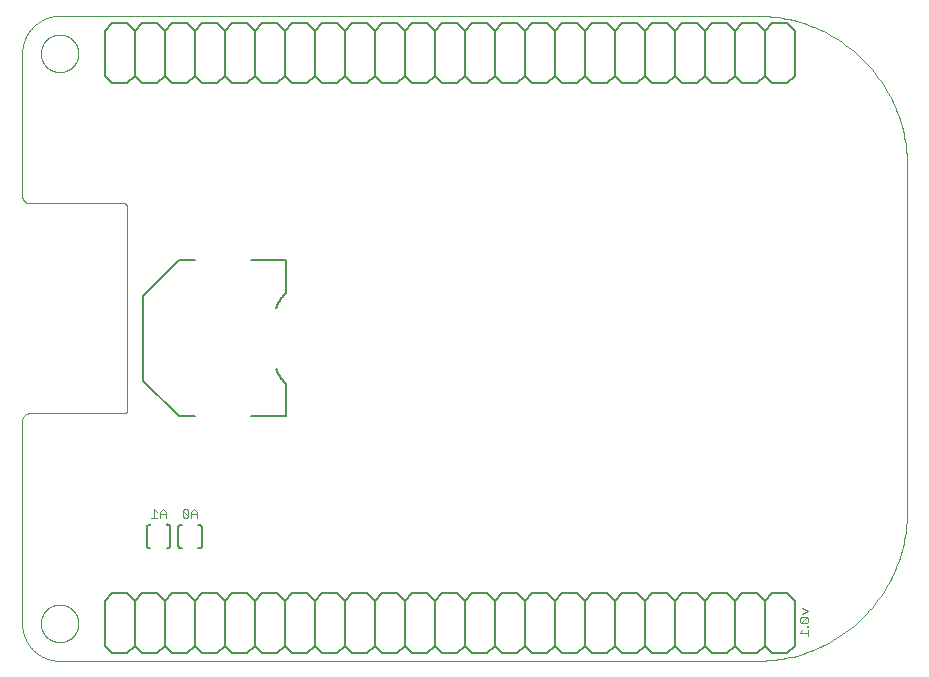
<source format=gbo>
G75*
%MOIN*%
%OFA0B0*%
%FSLAX25Y25*%
%IPPOS*%
%LPD*%
%AMOC8*
5,1,8,0,0,1.08239X$1,22.5*
%
%ADD10C,0.00300*%
%ADD11C,0.00600*%
%ADD12C,0.00000*%
%ADD13C,0.00800*%
D10*
X0092990Y0052650D02*
X0094925Y0052650D01*
X0093957Y0052650D02*
X0093957Y0055552D01*
X0094925Y0054585D01*
X0095936Y0054585D02*
X0095936Y0052650D01*
X0095936Y0054101D02*
X0097871Y0054101D01*
X0097871Y0054585D02*
X0096904Y0055552D01*
X0095936Y0054585D01*
X0097871Y0054585D02*
X0097871Y0052650D01*
X0103490Y0053134D02*
X0103974Y0052650D01*
X0104941Y0052650D01*
X0105425Y0053134D01*
X0103490Y0055069D01*
X0103490Y0053134D01*
X0103490Y0055069D02*
X0103974Y0055552D01*
X0104941Y0055552D01*
X0105425Y0055069D01*
X0105425Y0053134D01*
X0106436Y0052650D02*
X0106436Y0054585D01*
X0107404Y0055552D01*
X0108371Y0054585D01*
X0108371Y0052650D01*
X0108371Y0054101D02*
X0106436Y0054101D01*
X0309148Y0019076D02*
X0309148Y0018109D01*
X0309631Y0017625D01*
X0311566Y0019560D01*
X0312050Y0019076D01*
X0312050Y0018109D01*
X0311566Y0017625D01*
X0309631Y0017625D01*
X0309148Y0019076D02*
X0309631Y0019560D01*
X0311566Y0019560D01*
X0310115Y0020571D02*
X0312050Y0021539D01*
X0310115Y0022506D01*
X0311566Y0016613D02*
X0311566Y0016130D01*
X0312050Y0016130D01*
X0312050Y0016613D01*
X0311566Y0016613D01*
X0312050Y0015140D02*
X0312050Y0013205D01*
X0312050Y0014173D02*
X0309148Y0014173D01*
X0310115Y0015140D01*
D11*
X0307500Y0010000D02*
X0307500Y0025000D01*
X0305000Y0027500D01*
X0300000Y0027500D01*
X0297500Y0025000D01*
X0297500Y0010000D01*
X0300000Y0007500D01*
X0305000Y0007500D01*
X0307500Y0010000D01*
X0297500Y0010000D02*
X0295000Y0007500D01*
X0290000Y0007500D01*
X0287500Y0010000D01*
X0287500Y0025000D01*
X0290000Y0027500D01*
X0295000Y0027500D01*
X0297500Y0025000D01*
X0287500Y0025000D02*
X0285000Y0027500D01*
X0280000Y0027500D01*
X0277500Y0025000D01*
X0277500Y0010000D01*
X0280000Y0007500D01*
X0285000Y0007500D01*
X0287500Y0010000D01*
X0277500Y0010000D02*
X0275000Y0007500D01*
X0270000Y0007500D01*
X0267500Y0010000D01*
X0267500Y0025000D01*
X0270000Y0027500D01*
X0275000Y0027500D01*
X0277500Y0025000D01*
X0267500Y0025000D02*
X0265000Y0027500D01*
X0260000Y0027500D01*
X0257500Y0025000D01*
X0257500Y0010000D01*
X0260000Y0007500D01*
X0265000Y0007500D01*
X0267500Y0010000D01*
X0257500Y0010000D02*
X0255000Y0007500D01*
X0250000Y0007500D01*
X0247500Y0010000D01*
X0247500Y0025000D01*
X0250000Y0027500D01*
X0255000Y0027500D01*
X0257500Y0025000D01*
X0247500Y0025000D02*
X0245000Y0027500D01*
X0240000Y0027500D01*
X0237500Y0025000D01*
X0237500Y0010000D01*
X0240000Y0007500D01*
X0245000Y0007500D01*
X0247500Y0010000D01*
X0237500Y0010000D02*
X0235000Y0007500D01*
X0230000Y0007500D01*
X0227500Y0010000D01*
X0227500Y0025000D01*
X0230000Y0027500D01*
X0235000Y0027500D01*
X0237500Y0025000D01*
X0227500Y0025000D02*
X0225000Y0027500D01*
X0220000Y0027500D01*
X0217500Y0025000D01*
X0217500Y0010000D01*
X0215000Y0007500D01*
X0210000Y0007500D01*
X0207500Y0010000D01*
X0207500Y0025000D01*
X0210000Y0027500D01*
X0215000Y0027500D01*
X0217500Y0025000D01*
X0207500Y0025000D02*
X0205000Y0027500D01*
X0200000Y0027500D01*
X0197500Y0025000D01*
X0197500Y0010000D01*
X0195000Y0007500D01*
X0190000Y0007500D01*
X0187500Y0010000D01*
X0187500Y0025000D01*
X0190000Y0027500D01*
X0195000Y0027500D01*
X0197500Y0025000D01*
X0187500Y0025000D02*
X0185000Y0027500D01*
X0180000Y0027500D01*
X0177500Y0025000D01*
X0177500Y0010000D01*
X0175000Y0007500D01*
X0170000Y0007500D01*
X0167500Y0010000D01*
X0167500Y0025000D01*
X0170000Y0027500D01*
X0175000Y0027500D01*
X0177500Y0025000D01*
X0167500Y0025000D02*
X0165000Y0027500D01*
X0160000Y0027500D01*
X0157500Y0025000D01*
X0157500Y0010000D01*
X0155000Y0007500D01*
X0150000Y0007500D01*
X0147500Y0010000D01*
X0147500Y0025000D01*
X0150000Y0027500D01*
X0155000Y0027500D01*
X0157500Y0025000D01*
X0147500Y0025000D02*
X0145000Y0027500D01*
X0140000Y0027500D01*
X0137500Y0025000D01*
X0137500Y0010000D01*
X0140000Y0007500D01*
X0145000Y0007500D01*
X0147500Y0010000D01*
X0137500Y0010000D02*
X0135000Y0007500D01*
X0130000Y0007500D01*
X0127500Y0010000D01*
X0127500Y0025000D01*
X0130000Y0027500D01*
X0135000Y0027500D01*
X0137500Y0025000D01*
X0127500Y0025000D02*
X0125000Y0027500D01*
X0120000Y0027500D01*
X0117500Y0025000D01*
X0117500Y0010000D01*
X0120000Y0007500D01*
X0125000Y0007500D01*
X0127500Y0010000D01*
X0117500Y0010000D02*
X0115000Y0007500D01*
X0110000Y0007500D01*
X0107500Y0010000D01*
X0107500Y0025000D01*
X0110000Y0027500D01*
X0115000Y0027500D01*
X0117500Y0025000D01*
X0107500Y0025000D02*
X0105000Y0027500D01*
X0100000Y0027500D01*
X0097500Y0025000D01*
X0097500Y0010000D01*
X0100000Y0007500D01*
X0105000Y0007500D01*
X0107500Y0010000D01*
X0097500Y0010000D02*
X0095000Y0007500D01*
X0090000Y0007500D01*
X0087500Y0010000D01*
X0087500Y0025000D01*
X0090000Y0027500D01*
X0095000Y0027500D01*
X0097500Y0025000D01*
X0087500Y0025000D02*
X0085000Y0027500D01*
X0080000Y0027500D01*
X0077500Y0025000D01*
X0077500Y0010000D01*
X0080000Y0007500D01*
X0085000Y0007500D01*
X0087500Y0010000D01*
X0157500Y0010000D02*
X0160000Y0007500D01*
X0165000Y0007500D01*
X0167500Y0010000D01*
X0177500Y0010000D02*
X0180000Y0007500D01*
X0185000Y0007500D01*
X0187500Y0010000D01*
X0197500Y0010000D02*
X0200000Y0007500D01*
X0205000Y0007500D01*
X0207500Y0010000D01*
X0217500Y0010000D02*
X0220000Y0007500D01*
X0225000Y0007500D01*
X0227500Y0010000D01*
X0225000Y0197500D02*
X0220000Y0197500D01*
X0217500Y0200000D01*
X0217500Y0215000D01*
X0220000Y0217500D01*
X0225000Y0217500D01*
X0227500Y0215000D01*
X0227500Y0200000D01*
X0225000Y0197500D01*
X0227500Y0200000D02*
X0230000Y0197500D01*
X0235000Y0197500D01*
X0237500Y0200000D01*
X0240000Y0197500D01*
X0245000Y0197500D01*
X0247500Y0200000D01*
X0250000Y0197500D01*
X0255000Y0197500D01*
X0257500Y0200000D01*
X0260000Y0197500D01*
X0265000Y0197500D01*
X0267500Y0200000D01*
X0270000Y0197500D01*
X0275000Y0197500D01*
X0277500Y0200000D01*
X0280000Y0197500D01*
X0285000Y0197500D01*
X0287500Y0200000D01*
X0290000Y0197500D01*
X0295000Y0197500D01*
X0297500Y0200000D01*
X0300000Y0197500D01*
X0305000Y0197500D01*
X0307500Y0200000D01*
X0307500Y0215000D01*
X0305000Y0217500D01*
X0300000Y0217500D01*
X0297500Y0215000D01*
X0297500Y0200000D01*
X0287500Y0200000D02*
X0287500Y0215000D01*
X0290000Y0217500D01*
X0295000Y0217500D01*
X0297500Y0215000D01*
X0287500Y0215000D02*
X0285000Y0217500D01*
X0280000Y0217500D01*
X0277500Y0215000D01*
X0277500Y0200000D01*
X0267500Y0200000D02*
X0267500Y0215000D01*
X0270000Y0217500D01*
X0275000Y0217500D01*
X0277500Y0215000D01*
X0267500Y0215000D02*
X0265000Y0217500D01*
X0260000Y0217500D01*
X0257500Y0215000D01*
X0257500Y0200000D01*
X0247500Y0200000D02*
X0247500Y0215000D01*
X0250000Y0217500D01*
X0255000Y0217500D01*
X0257500Y0215000D01*
X0247500Y0215000D02*
X0245000Y0217500D01*
X0240000Y0217500D01*
X0237500Y0215000D01*
X0237500Y0200000D01*
X0217500Y0200000D02*
X0215000Y0197500D01*
X0210000Y0197500D01*
X0207500Y0200000D01*
X0207500Y0215000D01*
X0210000Y0217500D01*
X0215000Y0217500D01*
X0217500Y0215000D01*
X0207500Y0215000D02*
X0205000Y0217500D01*
X0200000Y0217500D01*
X0197500Y0215000D01*
X0197500Y0200000D01*
X0195000Y0197500D01*
X0190000Y0197500D01*
X0187500Y0200000D01*
X0187500Y0215000D01*
X0190000Y0217500D01*
X0195000Y0217500D01*
X0197500Y0215000D01*
X0187500Y0215000D02*
X0185000Y0217500D01*
X0180000Y0217500D01*
X0177500Y0215000D01*
X0177500Y0200000D01*
X0175000Y0197500D01*
X0170000Y0197500D01*
X0167500Y0200000D01*
X0167500Y0215000D01*
X0170000Y0217500D01*
X0175000Y0217500D01*
X0177500Y0215000D01*
X0167500Y0215000D02*
X0165000Y0217500D01*
X0160000Y0217500D01*
X0157500Y0215000D01*
X0157500Y0200000D01*
X0155000Y0197500D01*
X0150000Y0197500D01*
X0147500Y0200000D01*
X0147500Y0215000D01*
X0150000Y0217500D01*
X0155000Y0217500D01*
X0157500Y0215000D01*
X0147500Y0215000D02*
X0145000Y0217500D01*
X0140000Y0217500D01*
X0137500Y0215000D01*
X0137500Y0200000D01*
X0140000Y0197500D01*
X0145000Y0197500D01*
X0147500Y0200000D01*
X0137500Y0200000D02*
X0135000Y0197500D01*
X0130000Y0197500D01*
X0127500Y0200000D01*
X0127500Y0215000D01*
X0130000Y0217500D01*
X0135000Y0217500D01*
X0137500Y0215000D01*
X0127500Y0215000D02*
X0125000Y0217500D01*
X0120000Y0217500D01*
X0117500Y0215000D01*
X0117500Y0200000D01*
X0120000Y0197500D01*
X0125000Y0197500D01*
X0127500Y0200000D01*
X0117500Y0200000D02*
X0115000Y0197500D01*
X0110000Y0197500D01*
X0107500Y0200000D01*
X0107500Y0215000D01*
X0110000Y0217500D01*
X0115000Y0217500D01*
X0117500Y0215000D01*
X0107500Y0215000D02*
X0105000Y0217500D01*
X0100000Y0217500D01*
X0097500Y0215000D01*
X0097500Y0200000D01*
X0100000Y0197500D01*
X0105000Y0197500D01*
X0107500Y0200000D01*
X0097500Y0200000D02*
X0095000Y0197500D01*
X0090000Y0197500D01*
X0087500Y0200000D01*
X0087500Y0215000D01*
X0090000Y0217500D01*
X0095000Y0217500D01*
X0097500Y0215000D01*
X0087500Y0215000D02*
X0085000Y0217500D01*
X0080000Y0217500D01*
X0077500Y0215000D01*
X0077500Y0200000D01*
X0080000Y0197500D01*
X0085000Y0197500D01*
X0087500Y0200000D01*
X0157500Y0200000D02*
X0160000Y0197500D01*
X0165000Y0197500D01*
X0167500Y0200000D01*
X0177500Y0200000D02*
X0180000Y0197500D01*
X0185000Y0197500D01*
X0187500Y0200000D01*
X0197500Y0200000D02*
X0200000Y0197500D01*
X0205000Y0197500D01*
X0207500Y0200000D01*
X0227500Y0215000D02*
X0230000Y0217500D01*
X0235000Y0217500D01*
X0237500Y0215000D01*
D12*
X0050000Y0085000D02*
X0050000Y0017500D01*
X0056250Y0017500D02*
X0056252Y0017658D01*
X0056258Y0017815D01*
X0056268Y0017973D01*
X0056282Y0018130D01*
X0056300Y0018286D01*
X0056321Y0018443D01*
X0056347Y0018598D01*
X0056377Y0018753D01*
X0056410Y0018907D01*
X0056448Y0019060D01*
X0056489Y0019213D01*
X0056534Y0019364D01*
X0056583Y0019514D01*
X0056636Y0019662D01*
X0056692Y0019810D01*
X0056753Y0019955D01*
X0056816Y0020100D01*
X0056884Y0020242D01*
X0056955Y0020383D01*
X0057029Y0020522D01*
X0057107Y0020659D01*
X0057189Y0020794D01*
X0057273Y0020927D01*
X0057362Y0021058D01*
X0057453Y0021186D01*
X0057548Y0021313D01*
X0057645Y0021436D01*
X0057746Y0021558D01*
X0057850Y0021676D01*
X0057957Y0021792D01*
X0058067Y0021905D01*
X0058179Y0022016D01*
X0058295Y0022123D01*
X0058413Y0022228D01*
X0058533Y0022330D01*
X0058656Y0022428D01*
X0058782Y0022524D01*
X0058910Y0022616D01*
X0059040Y0022705D01*
X0059172Y0022791D01*
X0059307Y0022873D01*
X0059444Y0022952D01*
X0059582Y0023027D01*
X0059722Y0023099D01*
X0059865Y0023167D01*
X0060008Y0023232D01*
X0060154Y0023293D01*
X0060301Y0023350D01*
X0060449Y0023404D01*
X0060599Y0023454D01*
X0060749Y0023500D01*
X0060901Y0023542D01*
X0061054Y0023581D01*
X0061208Y0023615D01*
X0061363Y0023646D01*
X0061518Y0023672D01*
X0061674Y0023695D01*
X0061831Y0023714D01*
X0061988Y0023729D01*
X0062145Y0023740D01*
X0062303Y0023747D01*
X0062461Y0023750D01*
X0062618Y0023749D01*
X0062776Y0023744D01*
X0062933Y0023735D01*
X0063091Y0023722D01*
X0063247Y0023705D01*
X0063404Y0023684D01*
X0063559Y0023660D01*
X0063714Y0023631D01*
X0063869Y0023598D01*
X0064022Y0023562D01*
X0064175Y0023521D01*
X0064326Y0023477D01*
X0064476Y0023429D01*
X0064625Y0023378D01*
X0064773Y0023322D01*
X0064919Y0023263D01*
X0065064Y0023200D01*
X0065207Y0023133D01*
X0065348Y0023063D01*
X0065487Y0022990D01*
X0065625Y0022913D01*
X0065761Y0022832D01*
X0065894Y0022748D01*
X0066025Y0022661D01*
X0066154Y0022570D01*
X0066281Y0022476D01*
X0066406Y0022379D01*
X0066527Y0022279D01*
X0066647Y0022176D01*
X0066763Y0022070D01*
X0066877Y0021961D01*
X0066989Y0021849D01*
X0067097Y0021735D01*
X0067202Y0021617D01*
X0067305Y0021497D01*
X0067404Y0021375D01*
X0067500Y0021250D01*
X0067593Y0021122D01*
X0067683Y0020993D01*
X0067769Y0020861D01*
X0067853Y0020727D01*
X0067932Y0020591D01*
X0068009Y0020453D01*
X0068081Y0020313D01*
X0068150Y0020171D01*
X0068216Y0020028D01*
X0068278Y0019883D01*
X0068336Y0019736D01*
X0068391Y0019588D01*
X0068442Y0019439D01*
X0068489Y0019288D01*
X0068532Y0019137D01*
X0068571Y0018984D01*
X0068607Y0018830D01*
X0068638Y0018676D01*
X0068666Y0018521D01*
X0068690Y0018365D01*
X0068710Y0018208D01*
X0068726Y0018051D01*
X0068738Y0017894D01*
X0068746Y0017737D01*
X0068750Y0017579D01*
X0068750Y0017421D01*
X0068746Y0017263D01*
X0068738Y0017106D01*
X0068726Y0016949D01*
X0068710Y0016792D01*
X0068690Y0016635D01*
X0068666Y0016479D01*
X0068638Y0016324D01*
X0068607Y0016170D01*
X0068571Y0016016D01*
X0068532Y0015863D01*
X0068489Y0015712D01*
X0068442Y0015561D01*
X0068391Y0015412D01*
X0068336Y0015264D01*
X0068278Y0015117D01*
X0068216Y0014972D01*
X0068150Y0014829D01*
X0068081Y0014687D01*
X0068009Y0014547D01*
X0067932Y0014409D01*
X0067853Y0014273D01*
X0067769Y0014139D01*
X0067683Y0014007D01*
X0067593Y0013878D01*
X0067500Y0013750D01*
X0067404Y0013625D01*
X0067305Y0013503D01*
X0067202Y0013383D01*
X0067097Y0013265D01*
X0066989Y0013151D01*
X0066877Y0013039D01*
X0066763Y0012930D01*
X0066647Y0012824D01*
X0066527Y0012721D01*
X0066406Y0012621D01*
X0066281Y0012524D01*
X0066154Y0012430D01*
X0066025Y0012339D01*
X0065894Y0012252D01*
X0065761Y0012168D01*
X0065625Y0012087D01*
X0065487Y0012010D01*
X0065348Y0011937D01*
X0065207Y0011867D01*
X0065064Y0011800D01*
X0064919Y0011737D01*
X0064773Y0011678D01*
X0064625Y0011622D01*
X0064476Y0011571D01*
X0064326Y0011523D01*
X0064175Y0011479D01*
X0064022Y0011438D01*
X0063869Y0011402D01*
X0063714Y0011369D01*
X0063559Y0011340D01*
X0063404Y0011316D01*
X0063247Y0011295D01*
X0063091Y0011278D01*
X0062933Y0011265D01*
X0062776Y0011256D01*
X0062618Y0011251D01*
X0062461Y0011250D01*
X0062303Y0011253D01*
X0062145Y0011260D01*
X0061988Y0011271D01*
X0061831Y0011286D01*
X0061674Y0011305D01*
X0061518Y0011328D01*
X0061363Y0011354D01*
X0061208Y0011385D01*
X0061054Y0011419D01*
X0060901Y0011458D01*
X0060749Y0011500D01*
X0060599Y0011546D01*
X0060449Y0011596D01*
X0060301Y0011650D01*
X0060154Y0011707D01*
X0060008Y0011768D01*
X0059865Y0011833D01*
X0059722Y0011901D01*
X0059582Y0011973D01*
X0059444Y0012048D01*
X0059307Y0012127D01*
X0059172Y0012209D01*
X0059040Y0012295D01*
X0058910Y0012384D01*
X0058782Y0012476D01*
X0058656Y0012572D01*
X0058533Y0012670D01*
X0058413Y0012772D01*
X0058295Y0012877D01*
X0058179Y0012984D01*
X0058067Y0013095D01*
X0057957Y0013208D01*
X0057850Y0013324D01*
X0057746Y0013442D01*
X0057645Y0013564D01*
X0057548Y0013687D01*
X0057453Y0013814D01*
X0057362Y0013942D01*
X0057273Y0014073D01*
X0057189Y0014206D01*
X0057107Y0014341D01*
X0057029Y0014478D01*
X0056955Y0014617D01*
X0056884Y0014758D01*
X0056816Y0014900D01*
X0056753Y0015045D01*
X0056692Y0015190D01*
X0056636Y0015338D01*
X0056583Y0015486D01*
X0056534Y0015636D01*
X0056489Y0015787D01*
X0056448Y0015940D01*
X0056410Y0016093D01*
X0056377Y0016247D01*
X0056347Y0016402D01*
X0056321Y0016557D01*
X0056300Y0016714D01*
X0056282Y0016870D01*
X0056268Y0017027D01*
X0056258Y0017185D01*
X0056252Y0017342D01*
X0056250Y0017500D01*
X0050000Y0017500D02*
X0050004Y0017198D01*
X0050015Y0016896D01*
X0050033Y0016595D01*
X0050058Y0016294D01*
X0050091Y0015993D01*
X0050131Y0015694D01*
X0050178Y0015396D01*
X0050233Y0015098D01*
X0050294Y0014803D01*
X0050363Y0014509D01*
X0050439Y0014216D01*
X0050522Y0013926D01*
X0050612Y0013637D01*
X0050709Y0013351D01*
X0050812Y0013067D01*
X0050923Y0012786D01*
X0051040Y0012508D01*
X0051164Y0012232D01*
X0051295Y0011960D01*
X0051432Y0011691D01*
X0051575Y0011425D01*
X0051725Y0011163D01*
X0051882Y0010904D01*
X0052044Y0010650D01*
X0052213Y0010399D01*
X0052387Y0010153D01*
X0052568Y0009910D01*
X0052754Y0009673D01*
X0052946Y0009439D01*
X0053144Y0009211D01*
X0053347Y0008987D01*
X0053555Y0008769D01*
X0053769Y0008555D01*
X0053987Y0008347D01*
X0054211Y0008144D01*
X0054439Y0007946D01*
X0054673Y0007754D01*
X0054910Y0007568D01*
X0055153Y0007387D01*
X0055399Y0007213D01*
X0055650Y0007044D01*
X0055904Y0006882D01*
X0056163Y0006725D01*
X0056425Y0006575D01*
X0056691Y0006432D01*
X0056960Y0006295D01*
X0057232Y0006164D01*
X0057508Y0006040D01*
X0057786Y0005923D01*
X0058067Y0005812D01*
X0058351Y0005709D01*
X0058637Y0005612D01*
X0058926Y0005522D01*
X0059216Y0005439D01*
X0059509Y0005363D01*
X0059803Y0005294D01*
X0060098Y0005233D01*
X0060396Y0005178D01*
X0060694Y0005131D01*
X0060993Y0005091D01*
X0061294Y0005058D01*
X0061595Y0005033D01*
X0061896Y0005015D01*
X0062198Y0005004D01*
X0062500Y0005000D01*
X0295000Y0005000D01*
X0296208Y0005015D01*
X0297416Y0005058D01*
X0298622Y0005131D01*
X0299826Y0005233D01*
X0301027Y0005365D01*
X0302224Y0005525D01*
X0303418Y0005714D01*
X0304606Y0005931D01*
X0305789Y0006178D01*
X0306966Y0006453D01*
X0308135Y0006756D01*
X0309297Y0007088D01*
X0310451Y0007447D01*
X0311595Y0007834D01*
X0312730Y0008249D01*
X0313855Y0008691D01*
X0314968Y0009160D01*
X0316070Y0009656D01*
X0317160Y0010179D01*
X0318236Y0010727D01*
X0319299Y0011302D01*
X0320348Y0011902D01*
X0321382Y0012527D01*
X0322401Y0013176D01*
X0323403Y0013851D01*
X0324389Y0014549D01*
X0325358Y0015271D01*
X0326309Y0016016D01*
X0327242Y0016784D01*
X0328156Y0017574D01*
X0329051Y0018387D01*
X0329926Y0019220D01*
X0330780Y0020074D01*
X0331613Y0020949D01*
X0332426Y0021844D01*
X0333216Y0022758D01*
X0333984Y0023691D01*
X0334729Y0024642D01*
X0335451Y0025611D01*
X0336149Y0026597D01*
X0336824Y0027599D01*
X0337473Y0028618D01*
X0338098Y0029652D01*
X0338698Y0030701D01*
X0339273Y0031764D01*
X0339821Y0032840D01*
X0340344Y0033930D01*
X0340840Y0035032D01*
X0341309Y0036145D01*
X0341751Y0037270D01*
X0342166Y0038405D01*
X0342553Y0039549D01*
X0342912Y0040703D01*
X0343244Y0041865D01*
X0343547Y0043034D01*
X0343822Y0044211D01*
X0344069Y0045394D01*
X0344286Y0046582D01*
X0344475Y0047776D01*
X0344635Y0048973D01*
X0344767Y0050174D01*
X0344869Y0051378D01*
X0344942Y0052584D01*
X0344985Y0053792D01*
X0345000Y0055000D01*
X0345000Y0170000D01*
X0344985Y0171208D01*
X0344942Y0172416D01*
X0344869Y0173622D01*
X0344767Y0174826D01*
X0344635Y0176027D01*
X0344475Y0177224D01*
X0344286Y0178418D01*
X0344069Y0179606D01*
X0343822Y0180789D01*
X0343547Y0181966D01*
X0343244Y0183135D01*
X0342912Y0184297D01*
X0342553Y0185451D01*
X0342166Y0186595D01*
X0341751Y0187730D01*
X0341309Y0188855D01*
X0340840Y0189968D01*
X0340344Y0191070D01*
X0339821Y0192160D01*
X0339273Y0193236D01*
X0338698Y0194299D01*
X0338098Y0195348D01*
X0337473Y0196382D01*
X0336824Y0197401D01*
X0336149Y0198403D01*
X0335451Y0199389D01*
X0334729Y0200358D01*
X0333984Y0201309D01*
X0333216Y0202242D01*
X0332426Y0203156D01*
X0331613Y0204051D01*
X0330780Y0204926D01*
X0329926Y0205780D01*
X0329051Y0206613D01*
X0328156Y0207426D01*
X0327242Y0208216D01*
X0326309Y0208984D01*
X0325358Y0209729D01*
X0324389Y0210451D01*
X0323403Y0211149D01*
X0322401Y0211824D01*
X0321382Y0212473D01*
X0320348Y0213098D01*
X0319299Y0213698D01*
X0318236Y0214273D01*
X0317160Y0214821D01*
X0316070Y0215344D01*
X0314968Y0215840D01*
X0313855Y0216309D01*
X0312730Y0216751D01*
X0311595Y0217166D01*
X0310451Y0217553D01*
X0309297Y0217912D01*
X0308135Y0218244D01*
X0306966Y0218547D01*
X0305789Y0218822D01*
X0304606Y0219069D01*
X0303418Y0219286D01*
X0302224Y0219475D01*
X0301027Y0219635D01*
X0299826Y0219767D01*
X0298622Y0219869D01*
X0297416Y0219942D01*
X0296208Y0219985D01*
X0295000Y0220000D01*
X0062500Y0220000D01*
X0056250Y0207500D02*
X0056252Y0207658D01*
X0056258Y0207815D01*
X0056268Y0207973D01*
X0056282Y0208130D01*
X0056300Y0208286D01*
X0056321Y0208443D01*
X0056347Y0208598D01*
X0056377Y0208753D01*
X0056410Y0208907D01*
X0056448Y0209060D01*
X0056489Y0209213D01*
X0056534Y0209364D01*
X0056583Y0209514D01*
X0056636Y0209662D01*
X0056692Y0209810D01*
X0056753Y0209955D01*
X0056816Y0210100D01*
X0056884Y0210242D01*
X0056955Y0210383D01*
X0057029Y0210522D01*
X0057107Y0210659D01*
X0057189Y0210794D01*
X0057273Y0210927D01*
X0057362Y0211058D01*
X0057453Y0211186D01*
X0057548Y0211313D01*
X0057645Y0211436D01*
X0057746Y0211558D01*
X0057850Y0211676D01*
X0057957Y0211792D01*
X0058067Y0211905D01*
X0058179Y0212016D01*
X0058295Y0212123D01*
X0058413Y0212228D01*
X0058533Y0212330D01*
X0058656Y0212428D01*
X0058782Y0212524D01*
X0058910Y0212616D01*
X0059040Y0212705D01*
X0059172Y0212791D01*
X0059307Y0212873D01*
X0059444Y0212952D01*
X0059582Y0213027D01*
X0059722Y0213099D01*
X0059865Y0213167D01*
X0060008Y0213232D01*
X0060154Y0213293D01*
X0060301Y0213350D01*
X0060449Y0213404D01*
X0060599Y0213454D01*
X0060749Y0213500D01*
X0060901Y0213542D01*
X0061054Y0213581D01*
X0061208Y0213615D01*
X0061363Y0213646D01*
X0061518Y0213672D01*
X0061674Y0213695D01*
X0061831Y0213714D01*
X0061988Y0213729D01*
X0062145Y0213740D01*
X0062303Y0213747D01*
X0062461Y0213750D01*
X0062618Y0213749D01*
X0062776Y0213744D01*
X0062933Y0213735D01*
X0063091Y0213722D01*
X0063247Y0213705D01*
X0063404Y0213684D01*
X0063559Y0213660D01*
X0063714Y0213631D01*
X0063869Y0213598D01*
X0064022Y0213562D01*
X0064175Y0213521D01*
X0064326Y0213477D01*
X0064476Y0213429D01*
X0064625Y0213378D01*
X0064773Y0213322D01*
X0064919Y0213263D01*
X0065064Y0213200D01*
X0065207Y0213133D01*
X0065348Y0213063D01*
X0065487Y0212990D01*
X0065625Y0212913D01*
X0065761Y0212832D01*
X0065894Y0212748D01*
X0066025Y0212661D01*
X0066154Y0212570D01*
X0066281Y0212476D01*
X0066406Y0212379D01*
X0066527Y0212279D01*
X0066647Y0212176D01*
X0066763Y0212070D01*
X0066877Y0211961D01*
X0066989Y0211849D01*
X0067097Y0211735D01*
X0067202Y0211617D01*
X0067305Y0211497D01*
X0067404Y0211375D01*
X0067500Y0211250D01*
X0067593Y0211122D01*
X0067683Y0210993D01*
X0067769Y0210861D01*
X0067853Y0210727D01*
X0067932Y0210591D01*
X0068009Y0210453D01*
X0068081Y0210313D01*
X0068150Y0210171D01*
X0068216Y0210028D01*
X0068278Y0209883D01*
X0068336Y0209736D01*
X0068391Y0209588D01*
X0068442Y0209439D01*
X0068489Y0209288D01*
X0068532Y0209137D01*
X0068571Y0208984D01*
X0068607Y0208830D01*
X0068638Y0208676D01*
X0068666Y0208521D01*
X0068690Y0208365D01*
X0068710Y0208208D01*
X0068726Y0208051D01*
X0068738Y0207894D01*
X0068746Y0207737D01*
X0068750Y0207579D01*
X0068750Y0207421D01*
X0068746Y0207263D01*
X0068738Y0207106D01*
X0068726Y0206949D01*
X0068710Y0206792D01*
X0068690Y0206635D01*
X0068666Y0206479D01*
X0068638Y0206324D01*
X0068607Y0206170D01*
X0068571Y0206016D01*
X0068532Y0205863D01*
X0068489Y0205712D01*
X0068442Y0205561D01*
X0068391Y0205412D01*
X0068336Y0205264D01*
X0068278Y0205117D01*
X0068216Y0204972D01*
X0068150Y0204829D01*
X0068081Y0204687D01*
X0068009Y0204547D01*
X0067932Y0204409D01*
X0067853Y0204273D01*
X0067769Y0204139D01*
X0067683Y0204007D01*
X0067593Y0203878D01*
X0067500Y0203750D01*
X0067404Y0203625D01*
X0067305Y0203503D01*
X0067202Y0203383D01*
X0067097Y0203265D01*
X0066989Y0203151D01*
X0066877Y0203039D01*
X0066763Y0202930D01*
X0066647Y0202824D01*
X0066527Y0202721D01*
X0066406Y0202621D01*
X0066281Y0202524D01*
X0066154Y0202430D01*
X0066025Y0202339D01*
X0065894Y0202252D01*
X0065761Y0202168D01*
X0065625Y0202087D01*
X0065487Y0202010D01*
X0065348Y0201937D01*
X0065207Y0201867D01*
X0065064Y0201800D01*
X0064919Y0201737D01*
X0064773Y0201678D01*
X0064625Y0201622D01*
X0064476Y0201571D01*
X0064326Y0201523D01*
X0064175Y0201479D01*
X0064022Y0201438D01*
X0063869Y0201402D01*
X0063714Y0201369D01*
X0063559Y0201340D01*
X0063404Y0201316D01*
X0063247Y0201295D01*
X0063091Y0201278D01*
X0062933Y0201265D01*
X0062776Y0201256D01*
X0062618Y0201251D01*
X0062461Y0201250D01*
X0062303Y0201253D01*
X0062145Y0201260D01*
X0061988Y0201271D01*
X0061831Y0201286D01*
X0061674Y0201305D01*
X0061518Y0201328D01*
X0061363Y0201354D01*
X0061208Y0201385D01*
X0061054Y0201419D01*
X0060901Y0201458D01*
X0060749Y0201500D01*
X0060599Y0201546D01*
X0060449Y0201596D01*
X0060301Y0201650D01*
X0060154Y0201707D01*
X0060008Y0201768D01*
X0059865Y0201833D01*
X0059722Y0201901D01*
X0059582Y0201973D01*
X0059444Y0202048D01*
X0059307Y0202127D01*
X0059172Y0202209D01*
X0059040Y0202295D01*
X0058910Y0202384D01*
X0058782Y0202476D01*
X0058656Y0202572D01*
X0058533Y0202670D01*
X0058413Y0202772D01*
X0058295Y0202877D01*
X0058179Y0202984D01*
X0058067Y0203095D01*
X0057957Y0203208D01*
X0057850Y0203324D01*
X0057746Y0203442D01*
X0057645Y0203564D01*
X0057548Y0203687D01*
X0057453Y0203814D01*
X0057362Y0203942D01*
X0057273Y0204073D01*
X0057189Y0204206D01*
X0057107Y0204341D01*
X0057029Y0204478D01*
X0056955Y0204617D01*
X0056884Y0204758D01*
X0056816Y0204900D01*
X0056753Y0205045D01*
X0056692Y0205190D01*
X0056636Y0205338D01*
X0056583Y0205486D01*
X0056534Y0205636D01*
X0056489Y0205787D01*
X0056448Y0205940D01*
X0056410Y0206093D01*
X0056377Y0206247D01*
X0056347Y0206402D01*
X0056321Y0206557D01*
X0056300Y0206714D01*
X0056282Y0206870D01*
X0056268Y0207027D01*
X0056258Y0207185D01*
X0056252Y0207342D01*
X0056250Y0207500D01*
X0050000Y0207500D02*
X0050000Y0160000D01*
X0050002Y0159902D01*
X0050008Y0159804D01*
X0050017Y0159706D01*
X0050031Y0159609D01*
X0050048Y0159512D01*
X0050069Y0159416D01*
X0050094Y0159321D01*
X0050122Y0159227D01*
X0050155Y0159135D01*
X0050190Y0159043D01*
X0050230Y0158953D01*
X0050272Y0158865D01*
X0050319Y0158778D01*
X0050368Y0158694D01*
X0050421Y0158611D01*
X0050477Y0158531D01*
X0050537Y0158452D01*
X0050599Y0158376D01*
X0050664Y0158303D01*
X0050732Y0158232D01*
X0050803Y0158164D01*
X0050876Y0158099D01*
X0050952Y0158037D01*
X0051031Y0157977D01*
X0051111Y0157921D01*
X0051194Y0157868D01*
X0051278Y0157819D01*
X0051365Y0157772D01*
X0051453Y0157730D01*
X0051543Y0157690D01*
X0051635Y0157655D01*
X0051727Y0157622D01*
X0051821Y0157594D01*
X0051916Y0157569D01*
X0052012Y0157548D01*
X0052109Y0157531D01*
X0052206Y0157517D01*
X0052304Y0157508D01*
X0052402Y0157502D01*
X0052500Y0157500D01*
X0084000Y0157500D01*
X0084060Y0157498D01*
X0084121Y0157493D01*
X0084180Y0157484D01*
X0084239Y0157471D01*
X0084298Y0157455D01*
X0084355Y0157435D01*
X0084410Y0157412D01*
X0084465Y0157385D01*
X0084517Y0157356D01*
X0084568Y0157323D01*
X0084617Y0157287D01*
X0084663Y0157249D01*
X0084707Y0157207D01*
X0084749Y0157163D01*
X0084787Y0157117D01*
X0084823Y0157068D01*
X0084856Y0157017D01*
X0084885Y0156965D01*
X0084912Y0156910D01*
X0084935Y0156855D01*
X0084955Y0156798D01*
X0084971Y0156739D01*
X0084984Y0156680D01*
X0084993Y0156621D01*
X0084998Y0156560D01*
X0085000Y0156500D01*
X0085000Y0088500D01*
X0084998Y0088440D01*
X0084993Y0088379D01*
X0084984Y0088320D01*
X0084971Y0088261D01*
X0084955Y0088202D01*
X0084935Y0088145D01*
X0084912Y0088090D01*
X0084885Y0088035D01*
X0084856Y0087983D01*
X0084823Y0087932D01*
X0084787Y0087883D01*
X0084749Y0087837D01*
X0084707Y0087793D01*
X0084663Y0087751D01*
X0084617Y0087713D01*
X0084568Y0087677D01*
X0084517Y0087644D01*
X0084465Y0087615D01*
X0084410Y0087588D01*
X0084355Y0087565D01*
X0084298Y0087545D01*
X0084239Y0087529D01*
X0084180Y0087516D01*
X0084121Y0087507D01*
X0084060Y0087502D01*
X0084000Y0087500D01*
X0052500Y0087500D01*
X0052402Y0087498D01*
X0052304Y0087492D01*
X0052206Y0087483D01*
X0052109Y0087469D01*
X0052012Y0087452D01*
X0051916Y0087431D01*
X0051821Y0087406D01*
X0051727Y0087378D01*
X0051635Y0087345D01*
X0051543Y0087310D01*
X0051453Y0087270D01*
X0051365Y0087228D01*
X0051278Y0087181D01*
X0051194Y0087132D01*
X0051111Y0087079D01*
X0051031Y0087023D01*
X0050952Y0086963D01*
X0050876Y0086901D01*
X0050803Y0086836D01*
X0050732Y0086768D01*
X0050664Y0086697D01*
X0050599Y0086624D01*
X0050537Y0086548D01*
X0050477Y0086469D01*
X0050421Y0086389D01*
X0050368Y0086306D01*
X0050319Y0086222D01*
X0050272Y0086135D01*
X0050230Y0086047D01*
X0050190Y0085957D01*
X0050155Y0085865D01*
X0050122Y0085773D01*
X0050094Y0085679D01*
X0050069Y0085584D01*
X0050048Y0085488D01*
X0050031Y0085391D01*
X0050017Y0085294D01*
X0050008Y0085196D01*
X0050002Y0085098D01*
X0050000Y0085000D01*
X0050000Y0207500D02*
X0050004Y0207802D01*
X0050015Y0208104D01*
X0050033Y0208405D01*
X0050058Y0208706D01*
X0050091Y0209007D01*
X0050131Y0209306D01*
X0050178Y0209604D01*
X0050233Y0209902D01*
X0050294Y0210197D01*
X0050363Y0210491D01*
X0050439Y0210784D01*
X0050522Y0211074D01*
X0050612Y0211363D01*
X0050709Y0211649D01*
X0050812Y0211933D01*
X0050923Y0212214D01*
X0051040Y0212492D01*
X0051164Y0212768D01*
X0051295Y0213040D01*
X0051432Y0213309D01*
X0051575Y0213575D01*
X0051725Y0213837D01*
X0051882Y0214096D01*
X0052044Y0214350D01*
X0052213Y0214601D01*
X0052387Y0214847D01*
X0052568Y0215090D01*
X0052754Y0215327D01*
X0052946Y0215561D01*
X0053144Y0215789D01*
X0053347Y0216013D01*
X0053555Y0216231D01*
X0053769Y0216445D01*
X0053987Y0216653D01*
X0054211Y0216856D01*
X0054439Y0217054D01*
X0054673Y0217246D01*
X0054910Y0217432D01*
X0055153Y0217613D01*
X0055399Y0217787D01*
X0055650Y0217956D01*
X0055904Y0218118D01*
X0056163Y0218275D01*
X0056425Y0218425D01*
X0056691Y0218568D01*
X0056960Y0218705D01*
X0057232Y0218836D01*
X0057508Y0218960D01*
X0057786Y0219077D01*
X0058067Y0219188D01*
X0058351Y0219291D01*
X0058637Y0219388D01*
X0058926Y0219478D01*
X0059216Y0219561D01*
X0059509Y0219637D01*
X0059803Y0219706D01*
X0060098Y0219767D01*
X0060396Y0219822D01*
X0060694Y0219869D01*
X0060993Y0219909D01*
X0061294Y0219942D01*
X0061595Y0219967D01*
X0061896Y0219985D01*
X0062198Y0219996D01*
X0062500Y0220000D01*
D13*
X0102400Y0138500D02*
X0107551Y0138500D01*
X0102400Y0138500D02*
X0090450Y0126550D01*
X0090450Y0098450D01*
X0102400Y0086500D01*
X0107551Y0086500D01*
X0126449Y0086500D02*
X0137950Y0086500D01*
X0137950Y0097400D01*
X0137717Y0097629D01*
X0137490Y0097864D01*
X0137269Y0098105D01*
X0137053Y0098351D01*
X0136843Y0098602D01*
X0136640Y0098858D01*
X0136443Y0099119D01*
X0136252Y0099384D01*
X0136067Y0099654D01*
X0135890Y0099929D01*
X0135719Y0100208D01*
X0135554Y0100491D01*
X0135397Y0100777D01*
X0135247Y0101068D01*
X0135103Y0101362D01*
X0134967Y0101659D01*
X0134838Y0101960D01*
X0134717Y0102263D01*
X0134717Y0122736D02*
X0134838Y0123039D01*
X0134967Y0123340D01*
X0135103Y0123637D01*
X0135247Y0123931D01*
X0135397Y0124222D01*
X0135554Y0124508D01*
X0135719Y0124791D01*
X0135890Y0125070D01*
X0136067Y0125345D01*
X0136252Y0125615D01*
X0136443Y0125880D01*
X0136640Y0126141D01*
X0136843Y0126397D01*
X0137053Y0126648D01*
X0137269Y0126894D01*
X0137490Y0127135D01*
X0137717Y0127370D01*
X0137950Y0127599D01*
X0137950Y0127600D02*
X0137950Y0138500D01*
X0126449Y0138500D01*
X0109937Y0049650D02*
X0109937Y0043350D01*
X0109938Y0043350D02*
X0109924Y0043291D01*
X0109907Y0043233D01*
X0109886Y0043176D01*
X0109862Y0043120D01*
X0109834Y0043066D01*
X0109804Y0043014D01*
X0109770Y0042963D01*
X0109733Y0042915D01*
X0109694Y0042869D01*
X0109651Y0042826D01*
X0109607Y0042785D01*
X0109559Y0042747D01*
X0109510Y0042712D01*
X0109458Y0042680D01*
X0109405Y0042651D01*
X0109350Y0042625D01*
X0109294Y0042603D01*
X0109236Y0042584D01*
X0109177Y0042568D01*
X0109118Y0042557D01*
X0109058Y0042548D01*
X0108997Y0042544D01*
X0108937Y0042543D01*
X0108876Y0042546D01*
X0108816Y0042552D01*
X0108756Y0042562D01*
X0103244Y0042562D02*
X0103182Y0042552D01*
X0103119Y0042546D01*
X0103056Y0042543D01*
X0102993Y0042544D01*
X0102930Y0042550D01*
X0102868Y0042559D01*
X0102806Y0042572D01*
X0102745Y0042589D01*
X0102686Y0042610D01*
X0102628Y0042635D01*
X0102571Y0042663D01*
X0102517Y0042695D01*
X0102464Y0042730D01*
X0102414Y0042768D01*
X0102366Y0042809D01*
X0102321Y0042853D01*
X0102279Y0042900D01*
X0102240Y0042950D01*
X0102204Y0043002D01*
X0102172Y0043056D01*
X0102142Y0043111D01*
X0102117Y0043169D01*
X0102095Y0043228D01*
X0102077Y0043289D01*
X0102062Y0043350D01*
X0102063Y0043350D02*
X0102063Y0049650D01*
X0102062Y0049650D02*
X0102077Y0049711D01*
X0102095Y0049772D01*
X0102117Y0049831D01*
X0102142Y0049889D01*
X0102172Y0049944D01*
X0102204Y0049998D01*
X0102240Y0050050D01*
X0102279Y0050100D01*
X0102321Y0050147D01*
X0102366Y0050191D01*
X0102414Y0050232D01*
X0102464Y0050270D01*
X0102517Y0050305D01*
X0102571Y0050337D01*
X0102628Y0050365D01*
X0102686Y0050390D01*
X0102745Y0050411D01*
X0102806Y0050428D01*
X0102868Y0050441D01*
X0102930Y0050450D01*
X0102993Y0050456D01*
X0103056Y0050457D01*
X0103119Y0050454D01*
X0103182Y0050448D01*
X0103244Y0050438D01*
X0099437Y0049650D02*
X0099437Y0043350D01*
X0099438Y0043350D02*
X0099424Y0043291D01*
X0099407Y0043233D01*
X0099386Y0043176D01*
X0099362Y0043120D01*
X0099334Y0043066D01*
X0099304Y0043014D01*
X0099270Y0042963D01*
X0099233Y0042915D01*
X0099194Y0042869D01*
X0099151Y0042826D01*
X0099107Y0042785D01*
X0099059Y0042747D01*
X0099010Y0042712D01*
X0098958Y0042680D01*
X0098905Y0042651D01*
X0098850Y0042625D01*
X0098794Y0042603D01*
X0098736Y0042584D01*
X0098677Y0042568D01*
X0098618Y0042557D01*
X0098558Y0042548D01*
X0098497Y0042544D01*
X0098437Y0042543D01*
X0098376Y0042546D01*
X0098316Y0042552D01*
X0098256Y0042562D01*
X0092744Y0042562D02*
X0092682Y0042552D01*
X0092619Y0042546D01*
X0092556Y0042543D01*
X0092493Y0042544D01*
X0092430Y0042550D01*
X0092368Y0042559D01*
X0092306Y0042572D01*
X0092245Y0042589D01*
X0092186Y0042610D01*
X0092128Y0042635D01*
X0092071Y0042663D01*
X0092017Y0042695D01*
X0091964Y0042730D01*
X0091914Y0042768D01*
X0091866Y0042809D01*
X0091821Y0042853D01*
X0091779Y0042900D01*
X0091740Y0042950D01*
X0091704Y0043002D01*
X0091672Y0043056D01*
X0091642Y0043111D01*
X0091617Y0043169D01*
X0091595Y0043228D01*
X0091577Y0043289D01*
X0091562Y0043350D01*
X0091563Y0043350D02*
X0091563Y0049650D01*
X0091562Y0049650D02*
X0091577Y0049711D01*
X0091595Y0049772D01*
X0091617Y0049831D01*
X0091642Y0049889D01*
X0091672Y0049944D01*
X0091704Y0049998D01*
X0091740Y0050050D01*
X0091779Y0050100D01*
X0091821Y0050147D01*
X0091866Y0050191D01*
X0091914Y0050232D01*
X0091964Y0050270D01*
X0092017Y0050305D01*
X0092071Y0050337D01*
X0092128Y0050365D01*
X0092186Y0050390D01*
X0092245Y0050411D01*
X0092306Y0050428D01*
X0092368Y0050441D01*
X0092430Y0050450D01*
X0092493Y0050456D01*
X0092556Y0050457D01*
X0092619Y0050454D01*
X0092682Y0050448D01*
X0092744Y0050438D01*
X0098256Y0050438D02*
X0098316Y0050448D01*
X0098376Y0050454D01*
X0098437Y0050457D01*
X0098497Y0050456D01*
X0098558Y0050452D01*
X0098618Y0050443D01*
X0098677Y0050432D01*
X0098736Y0050416D01*
X0098794Y0050397D01*
X0098850Y0050375D01*
X0098905Y0050349D01*
X0098958Y0050320D01*
X0099010Y0050288D01*
X0099059Y0050253D01*
X0099107Y0050215D01*
X0099151Y0050174D01*
X0099194Y0050131D01*
X0099233Y0050085D01*
X0099270Y0050037D01*
X0099304Y0049986D01*
X0099334Y0049934D01*
X0099362Y0049880D01*
X0099386Y0049824D01*
X0099407Y0049767D01*
X0099424Y0049709D01*
X0099438Y0049650D01*
X0108756Y0050438D02*
X0108816Y0050448D01*
X0108876Y0050454D01*
X0108937Y0050457D01*
X0108997Y0050456D01*
X0109058Y0050452D01*
X0109118Y0050443D01*
X0109177Y0050432D01*
X0109236Y0050416D01*
X0109294Y0050397D01*
X0109350Y0050375D01*
X0109405Y0050349D01*
X0109458Y0050320D01*
X0109510Y0050288D01*
X0109559Y0050253D01*
X0109607Y0050215D01*
X0109651Y0050174D01*
X0109694Y0050131D01*
X0109733Y0050085D01*
X0109770Y0050037D01*
X0109804Y0049986D01*
X0109834Y0049934D01*
X0109862Y0049880D01*
X0109886Y0049824D01*
X0109907Y0049767D01*
X0109924Y0049709D01*
X0109938Y0049650D01*
M02*

</source>
